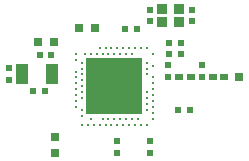
<source format=gtp>
G04*
G04 #@! TF.GenerationSoftware,Altium Limited,Altium Designer,19.0.15 (446)*
G04*
G04 Layer_Color=8421504*
%FSLAX24Y24*%
%MOIN*%
G70*
G01*
G75*
%ADD13R,0.0197X0.0236*%
%ADD14R,0.0374X0.0335*%
%ADD15R,0.0236X0.0197*%
%ADD16R,0.0256X0.0197*%
%ADD17R,0.0300X0.0300*%
%ADD18R,0.0315X0.0295*%
%ADD19R,0.0295X0.0315*%
%ADD20C,0.0118*%
%ADD21R,0.1909X0.1909*%
%ADD22R,0.0394X0.0709*%
D13*
X1174Y2557D02*
D03*
Y2164D02*
D03*
X2574Y2164D02*
D03*
Y2557D02*
D03*
X1792Y699D02*
D03*
Y305D02*
D03*
X2916Y717D02*
D03*
Y323D02*
D03*
X1191Y-1821D02*
D03*
Y-2215D02*
D03*
X98Y-1821D02*
D03*
Y-2215D02*
D03*
X-3515Y217D02*
D03*
Y610D02*
D03*
D14*
X2160Y2134D02*
D03*
Y2587D02*
D03*
X1589D02*
D03*
Y2134D02*
D03*
D15*
X2205Y1427D02*
D03*
X1811D02*
D03*
X364Y1900D02*
D03*
X758D02*
D03*
X2205Y1073D02*
D03*
X1811D02*
D03*
X2520Y-787D02*
D03*
X2126D02*
D03*
X-2096Y1033D02*
D03*
X-2490D02*
D03*
X-2314Y-167D02*
D03*
X-2708D02*
D03*
D16*
X2539Y302D02*
D03*
X2165Y302D02*
D03*
X3667Y302D02*
D03*
X3293D02*
D03*
D17*
X4156Y300D02*
D03*
D18*
X-1963Y-2215D02*
D03*
Y-1683D02*
D03*
D19*
X-2549Y1467D02*
D03*
X-2018D02*
D03*
X-1191Y1959D02*
D03*
X-659D02*
D03*
D20*
X886Y1280D02*
D03*
X-492D02*
D03*
X-295D02*
D03*
X-98D02*
D03*
X98D02*
D03*
X295D02*
D03*
X492D02*
D03*
X689D02*
D03*
X1083D02*
D03*
X-1280Y1083D02*
D03*
X-984D02*
D03*
X-787D02*
D03*
X-591D02*
D03*
X-394D02*
D03*
X-197D02*
D03*
X0D02*
D03*
X197D02*
D03*
X394D02*
D03*
X591D02*
D03*
X1280D02*
D03*
X1083Y787D02*
D03*
X-1280Y886D02*
D03*
X-1083Y787D02*
D03*
X1280Y689D02*
D03*
X-1083Y591D02*
D03*
X1083D02*
D03*
X-1280Y492D02*
D03*
X-1083Y394D02*
D03*
X1083D02*
D03*
X-1280Y295D02*
D03*
X1280D02*
D03*
X-1083Y197D02*
D03*
X-1280Y98D02*
D03*
X1280D02*
D03*
X-1083Y0D02*
D03*
X-1280Y-98D02*
D03*
X1280D02*
D03*
X-1083Y-197D02*
D03*
X1083D02*
D03*
X-1280Y-295D02*
D03*
X1280D02*
D03*
X-1083Y-394D02*
D03*
X1083D02*
D03*
X-1280Y-492D02*
D03*
X1280D02*
D03*
X1083Y-591D02*
D03*
X-1280Y-689D02*
D03*
X1280D02*
D03*
X-1083Y-787D02*
D03*
X1083D02*
D03*
X1280Y-886D02*
D03*
X-1083Y-984D02*
D03*
X-787Y-1083D02*
D03*
X-394D02*
D03*
X-197D02*
D03*
X0D02*
D03*
X197D02*
D03*
X394D02*
D03*
X591D02*
D03*
X787D02*
D03*
X1280D02*
D03*
X-1083Y-1280D02*
D03*
X-886D02*
D03*
X-689D02*
D03*
X-492D02*
D03*
X-295D02*
D03*
X-98D02*
D03*
X98D02*
D03*
X295D02*
D03*
X492D02*
D03*
X689D02*
D03*
X886D02*
D03*
X1083D02*
D03*
D21*
X0Y0D02*
D03*
D22*
X-2078Y404D02*
D03*
X-3062D02*
D03*
M02*

</source>
